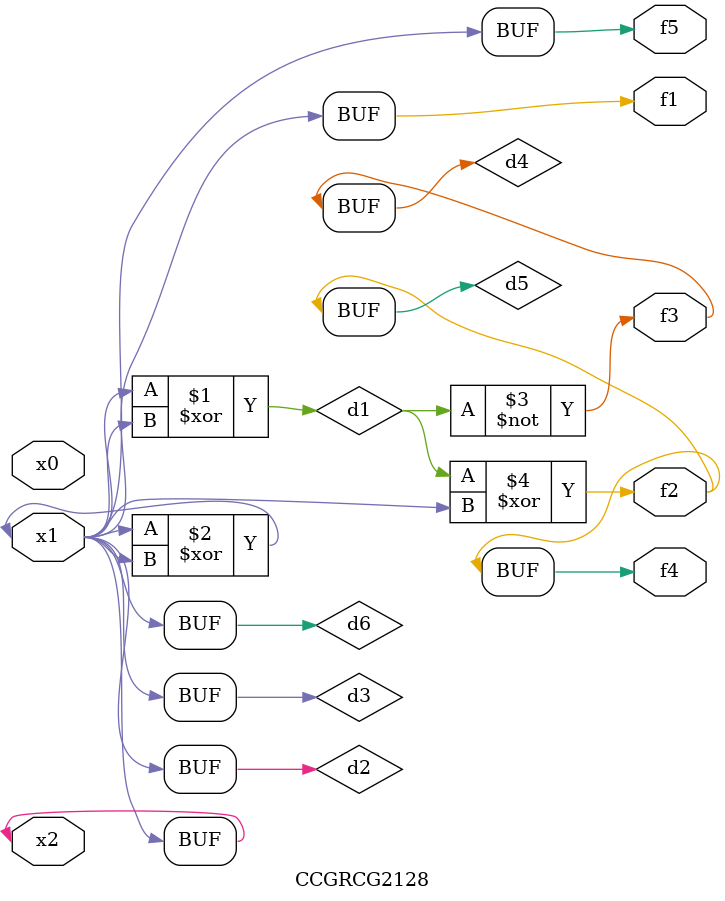
<source format=v>
module CCGRCG2128(
	input x0, x1, x2,
	output f1, f2, f3, f4, f5
);

	wire d1, d2, d3, d4, d5, d6;

	xor (d1, x1, x2);
	buf (d2, x1, x2);
	xor (d3, x1, x2);
	nor (d4, d1);
	xor (d5, d1, d2);
	buf (d6, d2, d3);
	assign f1 = d6;
	assign f2 = d5;
	assign f3 = d4;
	assign f4 = d5;
	assign f5 = d6;
endmodule

</source>
